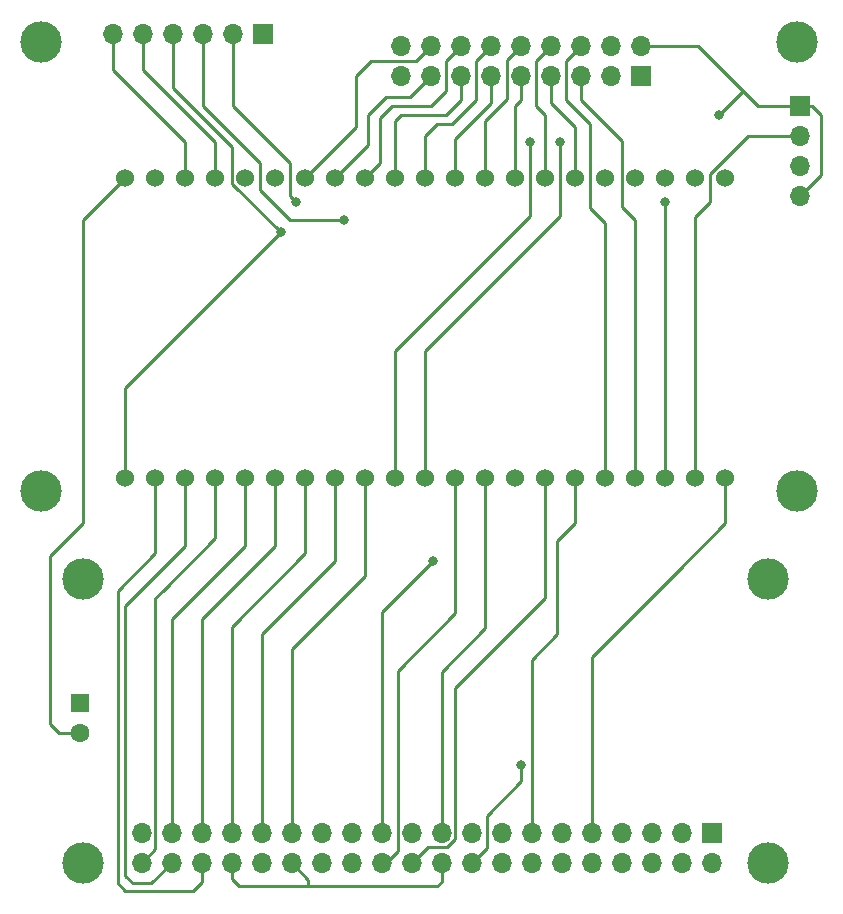
<source format=gbr>
%TF.GenerationSoftware,KiCad,Pcbnew,6.0.9-8da3e8f707~116~ubuntu20.04.1*%
%TF.CreationDate,2022-11-13T22:03:25-07:00*%
%TF.ProjectId,seedsigner-esp32-dev-board,73656564-7369-4676-9e65-722d65737033,rev?*%
%TF.SameCoordinates,Original*%
%TF.FileFunction,Copper,L1,Top*%
%TF.FilePolarity,Positive*%
%FSLAX46Y46*%
G04 Gerber Fmt 4.6, Leading zero omitted, Abs format (unit mm)*
G04 Created by KiCad (PCBNEW 6.0.9-8da3e8f707~116~ubuntu20.04.1) date 2022-11-13 22:03:25*
%MOMM*%
%LPD*%
G01*
G04 APERTURE LIST*
%TA.AperFunction,WasherPad*%
%ADD10C,3.500000*%
%TD*%
%TA.AperFunction,ComponentPad*%
%ADD11R,1.700000X1.700000*%
%TD*%
%TA.AperFunction,ComponentPad*%
%ADD12O,1.700000X1.700000*%
%TD*%
%TA.AperFunction,ComponentPad*%
%ADD13R,1.600000X1.600000*%
%TD*%
%TA.AperFunction,ComponentPad*%
%ADD14C,1.600000*%
%TD*%
%TA.AperFunction,ComponentPad*%
%ADD15C,1.530000*%
%TD*%
%TA.AperFunction,ViaPad*%
%ADD16C,0.800000*%
%TD*%
%TA.AperFunction,Conductor*%
%ADD17C,0.250000*%
%TD*%
G04 APERTURE END LIST*
D10*
%TO.P,H1,*%
%TO.N,*%
X67000000Y37000000D03*
%TD*%
%TO.P,U3,*%
%TO.N,*%
X64560000Y5540000D03*
X6560000Y5540000D03*
X64560000Y29540000D03*
X6560000Y29540000D03*
D11*
%TO.P,U3,1,3V3*%
%TO.N,+3.3V*%
X59800000Y8080000D03*
D12*
%TO.P,U3,2,5V0*%
%TO.N,Net-(U3-Pad2)*%
X59800000Y5540000D03*
%TO.P,U3,3,GPIO2/SDA1*%
%TO.N,unconnected-(U3-Pad3)*%
X57260000Y8080000D03*
%TO.P,U3,4,5V0*%
%TO.N,Net-(U3-Pad2)*%
X57260000Y5540000D03*
%TO.P,U3,5,GPIO3/SCL1*%
%TO.N,unconnected-(U3-Pad5)*%
X54720000Y8080000D03*
%TO.P,U3,6,GND*%
%TO.N,GND*%
X54720000Y5540000D03*
%TO.P,U3,7,GPIO4/GPIO_GCKL*%
%TO.N,unconnected-(U3-Pad7)*%
X52180000Y8080000D03*
%TO.P,U3,8,TXD0/GPIO14*%
%TO.N,unconnected-(U3-Pad8)*%
X52180000Y5540000D03*
%TO.P,U3,9,GND*%
%TO.N,GND*%
X49640000Y8080000D03*
%TO.P,U3,10,RXD0/GPIO15*%
%TO.N,unconnected-(U3-Pad10)*%
X49640000Y5540000D03*
%TO.P,U3,11,GPIO17/GPIO_GEN0*%
%TO.N,unconnected-(U3-Pad11)*%
X47100000Y8080000D03*
%TO.P,U3,12,GPIO18/GPIO_GEN1*%
%TO.N,unconnected-(U3-Pad12)*%
X47100000Y5540000D03*
%TO.P,U3,13,GPIO27/GPIO_GEN2*%
%TO.N,/RST*%
X44560000Y8080000D03*
%TO.P,U3,14,GND*%
%TO.N,GND*%
X44560000Y5540000D03*
%TO.P,U3,15,GPIO22/GPIO_GEN3*%
%TO.N,unconnected-(U3-Pad15)*%
X42020000Y8080000D03*
%TO.P,U3,16,GPIO23/GPIO_GEN4*%
%TO.N,unconnected-(U3-Pad16)*%
X42020000Y5540000D03*
%TO.P,U3,17,3V3*%
%TO.N,+3.3V*%
X39480000Y8080000D03*
%TO.P,U3,18,GPIO24/GPIO_GEN5*%
%TO.N,/BACKLIGHT*%
X39480000Y5540000D03*
%TO.P,U3,19,GPIO10/SPI_MOSI*%
%TO.N,/SPI_MOSI*%
X36940000Y8080000D03*
%TO.P,U3,20,GND*%
%TO.N,GND*%
X36940000Y5540000D03*
%TO.P,U3,21,GPIO9/SPI_MISO*%
%TO.N,unconnected-(U3-Pad21)*%
X34400000Y8080000D03*
%TO.P,U3,22,GPIO25/GPIO_GEN6*%
%TO.N,/DC*%
X34400000Y5540000D03*
%TO.P,U3,23,GPIO11/SPI_SCLK*%
%TO.N,/SPI_SCLK*%
X31860000Y8080000D03*
%TO.P,U3,24,GPIO8/~{SPI_CE0}*%
%TO.N,/SPI_CS*%
X31860000Y5540000D03*
%TO.P,U3,25,GND*%
%TO.N,GND*%
X29320000Y8080000D03*
%TO.P,U3,26,GPIO7/~{SPI_CE1}*%
%TO.N,unconnected-(U3-Pad26)*%
X29320000Y5540000D03*
%TO.P,U3,27,ID_SD*%
%TO.N,unconnected-(U3-Pad27)*%
X26780000Y8080000D03*
%TO.P,U3,28,ID_SC*%
%TO.N,unconnected-(U3-Pad28)*%
X26780000Y5540000D03*
%TO.P,U3,29,GPIO5*%
%TO.N,/JOYSTICK_LEFT*%
X24240000Y8080000D03*
%TO.P,U3,30,GND*%
%TO.N,GND*%
X24240000Y5540000D03*
%TO.P,U3,31,GPIO6*%
%TO.N,/JOYSTICK_UP*%
X21700000Y8080000D03*
%TO.P,U3,32,GPIO12*%
%TO.N,unconnected-(U3-Pad32)*%
X21700000Y5540000D03*
%TO.P,U3,33,GPIO13*%
%TO.N,/JOYSTICK_PRESS*%
X19160000Y8080000D03*
%TO.P,U3,34,GND*%
%TO.N,GND*%
X19160000Y5540000D03*
%TO.P,U3,35,GPIO19*%
%TO.N,/JOYSTICK_DOWN*%
X16620000Y8080000D03*
%TO.P,U3,36,GPIO16*%
%TO.N,/KEY3*%
X16620000Y5540000D03*
%TO.P,U3,37,GPIO26*%
%TO.N,/JOYSTICK_RIGHT*%
X14080000Y8080000D03*
%TO.P,U3,38,GPIO20*%
%TO.N,/KEY2*%
X14080000Y5540000D03*
%TO.P,U3,39,GND*%
%TO.N,GND*%
X11540000Y8080000D03*
%TO.P,U3,40,GPIO21*%
%TO.N,/KEY1*%
X11540000Y5540000D03*
%TD*%
D10*
%TO.P,H2,*%
%TO.N,*%
X3000000Y37000000D03*
%TD*%
D13*
%TO.P,C1,1*%
%TO.N,+3.3V*%
X6350000Y19050000D03*
D14*
%TO.P,C1,2*%
%TO.N,GND*%
X6350000Y16550000D03*
%TD*%
D10*
%TO.P,H4,*%
%TO.N,*%
X3000000Y75000000D03*
%TD*%
D15*
%TO.P,U1,0,GPIO0*%
%TO.N,/KEY3*%
X12700000Y38100000D03*
%TO.P,U1,1,GPIO1*%
%TO.N,/KEY2*%
X15240000Y38100000D03*
%TO.P,U1,2,GPIO2*%
%TO.N,/KEY1*%
X17780000Y38100000D03*
%TO.P,U1,3,GPIO3*%
%TO.N,/JOYSTICK_RIGHT*%
X20320000Y38100000D03*
%TO.P,U1,3V3,VDD33*%
%TO.N,+3.3V*%
X10160000Y38100000D03*
%TO.P,U1,4,GPIO4*%
%TO.N,/JOYSTICK_DOWN*%
X22860000Y38100000D03*
%TO.P,U1,5,GPIO5*%
%TO.N,/JOYSTICK_PRESS*%
X25400000Y38100000D03*
%TO.P,U1,5V,+5V*%
%TO.N,+5V*%
X58420000Y38100000D03*
%TO.P,U1,6,GPIO6*%
%TO.N,/JOYSTICK_UP*%
X27940000Y38100000D03*
%TO.P,U1,7,GPIO7*%
%TO.N,/JOYSTICK_LEFT*%
X30480000Y38100000D03*
%TO.P,U1,8,GPIO8*%
%TO.N,/SDA*%
X33020000Y38100000D03*
%TO.P,U1,9,GPIO9*%
%TO.N,/SCL*%
X35560000Y38100000D03*
%TO.P,U1,10,GPIO10*%
%TO.N,/SPI_CS*%
X38100000Y38100000D03*
%TO.P,U1,11,GPIO11*%
%TO.N,/SPI_MOSI*%
X40640000Y38100000D03*
%TO.P,U1,12,GPIO12*%
%TO.N,/SPI_SCLK*%
X43180000Y38100000D03*
%TO.P,U1,13,GPIO13*%
%TO.N,/DC*%
X45720000Y38100000D03*
%TO.P,U1,14,GPIO14*%
%TO.N,/RST*%
X48260000Y38100000D03*
%TO.P,U1,15,GPIO15*%
%TO.N,/HREF*%
X50800000Y38100000D03*
%TO.P,U1,16,GPIO16*%
%TO.N,/VSYNC*%
X53340000Y38100000D03*
%TO.P,U1,17,GPIO17*%
%TO.N,/TX1*%
X55880000Y38100000D03*
%TO.P,U1,18,EXT_GPIO18*%
%TO.N,/RX1*%
X60960000Y63500000D03*
%TO.P,U1,19,GPIO19*%
%TO.N,unconnected-(U1-Pad19)*%
X58420000Y63500000D03*
%TO.P,U1,20,GPIO20*%
%TO.N,unconnected-(U1-Pad20)*%
X55880000Y63500000D03*
%TO.P,U1,21,GPIO21*%
%TO.N,unconnected-(U1-Pad21)*%
X53340000Y63500000D03*
%TO.P,U1,26,GPIO26*%
%TO.N,/PSRAM_NO_USE*%
X50800000Y63500000D03*
%TO.P,U1,33,GPIO33*%
%TO.N,/PCLK*%
X48260000Y63500000D03*
%TO.P,U1,34,GPIO34*%
%TO.N,/XCLK*%
X45720000Y63500000D03*
%TO.P,U1,35,GPIO35*%
%TO.N,/D9*%
X43180000Y63500000D03*
%TO.P,U1,36,GPIO36*%
%TO.N,/D8*%
X40640000Y63500000D03*
%TO.P,U1,37,GPIO37*%
%TO.N,/D7*%
X38100000Y63500000D03*
%TO.P,U1,38,GPIO38*%
%TO.N,/D6*%
X35560000Y63500000D03*
%TO.P,U1,39,GPIO39*%
%TO.N,/D5*%
X33020000Y63500000D03*
%TO.P,U1,40,GPIO40*%
%TO.N,/D4*%
X30480000Y63500000D03*
%TO.P,U1,41,GPIO41*%
%TO.N,/D3*%
X27940000Y63500000D03*
%TO.P,U1,42,GPIO42*%
%TO.N,/D2*%
X25400000Y63500000D03*
%TO.P,U1,45,GPIO45*%
%TO.N,/BACKLIGHT_PWM*%
X17780000Y63500000D03*
%TO.P,U1,46,GPIO46*%
%TO.N,/IO_IN*%
X15240000Y63500000D03*
%TO.P,U1,GND_1,GND*%
%TO.N,GND*%
X60960000Y38100000D03*
%TO.P,U1,GND_2,GND*%
X10160000Y63500000D03*
%TO.P,U1,RST,CHIP_PU*%
%TO.N,unconnected-(U1-PadRST)*%
X12700000Y63500000D03*
%TO.P,U1,RX,U0RXD*%
%TO.N,unconnected-(U1-PadRX)*%
X20320000Y63500000D03*
%TO.P,U1,TX,U0TXD*%
%TO.N,unconnected-(U1-PadTX)*%
X22860000Y63500000D03*
%TD*%
D10*
%TO.P,H3,*%
%TO.N,*%
X67000000Y75000000D03*
%TD*%
D11*
%TO.P,J2,1,Pin_1*%
%TO.N,GND*%
X67310000Y69596000D03*
D12*
%TO.P,J2,2,Pin_2*%
%TO.N,+5V*%
X67310000Y67056000D03*
%TO.P,J2,3,Pin_3*%
%TO.N,+3.3V*%
X67310000Y64516000D03*
%TO.P,J2,4,Pin_4*%
%TO.N,GND*%
X67310000Y61976000D03*
%TD*%
D11*
%TO.P,J1,1,Pin_1*%
%TO.N,GND*%
X21844000Y75692000D03*
D12*
%TO.P,J1,2,Pin_2*%
%TO.N,/TX1*%
X19304000Y75692000D03*
%TO.P,J1,3,Pin_3*%
%TO.N,/RX1*%
X16764000Y75692000D03*
%TO.P,J1,4,Pin_4*%
%TO.N,+3.3V*%
X14224000Y75692000D03*
%TO.P,J1,5,Pin_5*%
%TO.N,/BACKLIGHT_PWM*%
X11684000Y75692000D03*
%TO.P,J1,6,Pin_6*%
%TO.N,/IO_IN*%
X9144000Y75692000D03*
%TD*%
D11*
%TO.P,U2,1,3.3V*%
%TO.N,+3.3V*%
X53848000Y72136000D03*
D12*
%TO.P,U2,2,GND*%
%TO.N,GND*%
X53848000Y74676000D03*
%TO.P,U2,3,SIOC*%
%TO.N,/SCL*%
X51308000Y72136000D03*
%TO.P,U2,4,SIOD*%
%TO.N,/SDA*%
X51308000Y74676000D03*
%TO.P,U2,5,VSYNC*%
%TO.N,/VSYNC*%
X48768000Y72136000D03*
%TO.P,U2,6,HREF*%
%TO.N,/HREF*%
X48768000Y74676000D03*
%TO.P,U2,7,PCLK*%
%TO.N,/PCLK*%
X46228000Y72136000D03*
%TO.P,U2,8,XCLK*%
%TO.N,/XCLK*%
X46228000Y74676000D03*
%TO.P,U2,9,D9*%
%TO.N,/D9*%
X43688000Y72136000D03*
%TO.P,U2,10,D8*%
%TO.N,/D8*%
X43688000Y74676000D03*
%TO.P,U2,11,D7*%
%TO.N,/D7*%
X41148000Y72136000D03*
%TO.P,U2,12,D6*%
%TO.N,/D6*%
X41148000Y74676000D03*
%TO.P,U2,13,D5*%
%TO.N,/D5*%
X38608000Y72136000D03*
%TO.P,U2,14,D4*%
%TO.N,/D4*%
X38608000Y74676000D03*
%TO.P,U2,15,D3*%
%TO.N,/D3*%
X36068000Y72136000D03*
%TO.P,U2,16,D2*%
%TO.N,/D2*%
X36068000Y74676000D03*
%TO.P,U2,17,RET*%
%TO.N,unconnected-(U2-Pad17)*%
X33528000Y72136000D03*
%TO.P,U2,18,PDWN*%
%TO.N,unconnected-(U2-Pad18)*%
X33528000Y74676000D03*
%TD*%
D16*
%TO.N,/BACKLIGHT*%
X43688000Y13843000D03*
%TO.N,+3.3V*%
X23359253Y58919253D03*
%TO.N,/SDA*%
X44450000Y66548000D03*
%TO.N,/SCL*%
X46990000Y66548000D03*
%TO.N,/SPI_SCLK*%
X36195000Y31115000D03*
%TO.N,GND*%
X60452000Y68834000D03*
%TO.N,/TX1*%
X24638000Y61468000D03*
X55880000Y61468000D03*
%TO.N,/RX1*%
X28702000Y59944000D03*
%TD*%
D17*
%TO.N,/BACKLIGHT*%
X39480000Y5540000D02*
X40767000Y6827000D01*
X40767000Y6827000D02*
X40767000Y9525000D01*
X40767000Y9525000D02*
X43688000Y12446000D01*
X43688000Y12446000D02*
X43688000Y13843000D01*
%TO.N,+3.3V*%
X10160000Y38100000D02*
X10160000Y45720000D01*
X10160000Y45720000D02*
X23359253Y58919253D01*
%TO.N,/RST*%
X48260000Y38100000D02*
X48260000Y34290000D01*
X48260000Y34290000D02*
X46736000Y32766000D01*
X46736000Y32766000D02*
X46736000Y24892000D01*
X46736000Y24892000D02*
X44560000Y22716000D01*
X44560000Y22716000D02*
X44560000Y8080000D01*
%TO.N,/DC*%
X34400000Y5540000D02*
X35765000Y6905000D01*
X45720000Y27940000D02*
X45720000Y38100000D01*
X35765000Y6905000D02*
X37426701Y6905000D01*
X37426701Y6905000D02*
X38115000Y7593299D01*
X38115000Y20335000D02*
X45720000Y27940000D01*
X38115000Y7593299D02*
X38115000Y20335000D01*
%TO.N,/KEY1*%
X17780000Y33020000D02*
X17780000Y38100000D01*
X12715000Y27955000D02*
X13335000Y28575000D01*
X13335000Y28575000D02*
X17780000Y33020000D01*
X12715000Y6715000D02*
X12715000Y27955000D01*
X11540000Y5540000D02*
X12715000Y6715000D01*
%TO.N,+3.3V*%
X19230000Y63048507D02*
X23359253Y58919253D01*
X14224000Y71120000D02*
X19230000Y66114000D01*
X19230000Y66114000D02*
X19230000Y63048507D01*
X14224000Y75692000D02*
X14224000Y71120000D01*
%TO.N,/XCLK*%
X44958000Y69596000D02*
X44958000Y73406000D01*
X44958000Y73406000D02*
X46228000Y74676000D01*
X45720000Y63500000D02*
X45720000Y68834000D01*
X45720000Y68834000D02*
X44958000Y69596000D01*
%TO.N,/PCLK*%
X48260000Y67818000D02*
X46228000Y69850000D01*
X46228000Y69850000D02*
X46228000Y72136000D01*
X48260000Y63500000D02*
X48260000Y67818000D01*
%TO.N,+5V*%
X59690000Y61468000D02*
X59690000Y63860000D01*
X62886000Y67056000D02*
X67310000Y67056000D01*
X58420000Y60198000D02*
X59690000Y61468000D01*
X58420000Y38100000D02*
X58420000Y60198000D01*
X59690000Y63860000D02*
X62886000Y67056000D01*
%TO.N,/HREF*%
X50800000Y38100000D02*
X50800000Y59690000D01*
X47498000Y73406000D02*
X48768000Y74676000D01*
X47498000Y70104000D02*
X47498000Y73406000D01*
X49530000Y60960000D02*
X49530000Y68072000D01*
X49530000Y68072000D02*
X47498000Y70104000D01*
X50800000Y59690000D02*
X49530000Y60960000D01*
%TO.N,/VSYNC*%
X52250000Y61034000D02*
X52250000Y66622000D01*
X53340000Y38100000D02*
X53340000Y59944000D01*
X52250000Y66622000D02*
X48768000Y70104000D01*
X48768000Y70104000D02*
X48768000Y72136000D01*
X53340000Y59944000D02*
X52250000Y61034000D01*
%TO.N,/SDA*%
X44450000Y60325000D02*
X44450000Y66548000D01*
X44450000Y60325000D02*
X33020000Y48895000D01*
X33020000Y38100000D02*
X33020000Y48895000D01*
%TO.N,/SCL*%
X35560000Y38100000D02*
X35560000Y48895000D01*
X46990000Y60325000D02*
X35560000Y48895000D01*
X46990000Y60325000D02*
X46990000Y66548000D01*
%TO.N,/SPI_CS*%
X33225000Y21795000D02*
X38100000Y26670000D01*
X31860000Y5540000D02*
X32210000Y5540000D01*
X32210000Y5540000D02*
X33225000Y6555000D01*
X33225000Y6555000D02*
X33225000Y21795000D01*
X38100000Y26670000D02*
X38100000Y38100000D01*
%TO.N,/SPI_MOSI*%
X36940000Y8080000D02*
X36940000Y21700000D01*
X40640000Y25400000D02*
X40640000Y38100000D01*
X36940000Y21700000D02*
X40640000Y25400000D01*
%TO.N,/SPI_SCLK*%
X31860000Y26780000D02*
X36195000Y31115000D01*
X31860000Y8080000D02*
X31860000Y26780000D01*
%TO.N,/JOYSTICK_UP*%
X27940000Y31115000D02*
X27940000Y38100000D01*
X21700000Y24875000D02*
X27940000Y31115000D01*
X21700000Y8080000D02*
X21700000Y24875000D01*
%TO.N,/JOYSTICK_DOWN*%
X16620000Y26145000D02*
X22860000Y32385000D01*
X22860000Y32385000D02*
X22860000Y38100000D01*
X16620000Y8080000D02*
X16620000Y26145000D01*
%TO.N,/JOYSTICK_LEFT*%
X30480000Y29845000D02*
X30480000Y38100000D01*
X24240000Y8080000D02*
X24240000Y23605000D01*
X24240000Y23605000D02*
X30480000Y29845000D01*
%TO.N,/JOYSTICK_RIGHT*%
X14080000Y8080000D02*
X14080000Y26145000D01*
X20320000Y32385000D02*
X20320000Y38100000D01*
X14080000Y26145000D02*
X20320000Y32385000D01*
%TO.N,/JOYSTICK_PRESS*%
X19160000Y8080000D02*
X19160000Y25510000D01*
X19160000Y25510000D02*
X25400000Y31750000D01*
X25400000Y31750000D02*
X25400000Y38100000D01*
%TO.N,/KEY3*%
X9525000Y5715000D02*
X9525000Y24130000D01*
X12700000Y34290000D02*
X12700000Y38100000D01*
X9525000Y28575000D02*
X12700000Y31750000D01*
X12700000Y34290000D02*
X12700000Y34925000D01*
X15875000Y3175000D02*
X10160000Y3175000D01*
X12700000Y31750000D02*
X12700000Y34290000D01*
X16620000Y3920000D02*
X15875000Y3175000D01*
X9525000Y24130000D02*
X9525000Y28575000D01*
X9525000Y3810000D02*
X9525000Y5715000D01*
X16620000Y5540000D02*
X16620000Y3920000D01*
X10160000Y3175000D02*
X9525000Y3810000D01*
%TO.N,/KEY2*%
X10160000Y27305000D02*
X15240000Y32385000D01*
X10795000Y3810000D02*
X10160000Y4445000D01*
X12350000Y3810000D02*
X10795000Y3810000D01*
X10160000Y4445000D02*
X10160000Y27305000D01*
X15240000Y32385000D02*
X15240000Y38100000D01*
X14080000Y5540000D02*
X12350000Y3810000D01*
%TO.N,/D2*%
X29718000Y67818000D02*
X29718000Y72136000D01*
X25400000Y63500000D02*
X29718000Y67818000D01*
X34798000Y73406000D02*
X36068000Y74676000D01*
X30988000Y73406000D02*
X34798000Y73406000D01*
X29718000Y72136000D02*
X30988000Y73406000D01*
%TO.N,/D3*%
X34290000Y70358000D02*
X36068000Y72136000D01*
X27940000Y63500000D02*
X30734000Y66294000D01*
X30734000Y66294000D02*
X30734000Y68834000D01*
X30734000Y68834000D02*
X32258000Y70358000D01*
X32258000Y70358000D02*
X34290000Y70358000D01*
%TO.N,/D4*%
X32766000Y69596000D02*
X36068000Y69596000D01*
X37338000Y70866000D02*
X37338000Y73406000D01*
X31750000Y64770000D02*
X31750000Y68580000D01*
X30480000Y63500000D02*
X31750000Y64770000D01*
X37338000Y73406000D02*
X38608000Y74676000D01*
X31750000Y68580000D02*
X32766000Y69596000D01*
X36068000Y69596000D02*
X37338000Y70866000D01*
%TO.N,/D5*%
X33020000Y68326000D02*
X33528000Y68834000D01*
X38608000Y70104000D02*
X38608000Y72136000D01*
X37338000Y68834000D02*
X38608000Y70104000D01*
X33528000Y68834000D02*
X37338000Y68834000D01*
X33020000Y63500000D02*
X33020000Y68326000D01*
%TO.N,/D6*%
X35560000Y63500000D02*
X35560000Y67056000D01*
X39878000Y70104000D02*
X39878000Y73406000D01*
X35560000Y67056000D02*
X36576000Y68072000D01*
X36576000Y68072000D02*
X37846000Y68072000D01*
X39878000Y73406000D02*
X41148000Y74676000D01*
X37846000Y68072000D02*
X39878000Y70104000D01*
%TO.N,/D7*%
X41148000Y69850000D02*
X41148000Y72136000D01*
X38100000Y63500000D02*
X38100000Y66802000D01*
X38100000Y66802000D02*
X41148000Y69850000D01*
%TO.N,/D8*%
X42513000Y70199000D02*
X42513000Y73501000D01*
X40640000Y63500000D02*
X40640000Y68326000D01*
X42513000Y73501000D02*
X43688000Y74676000D01*
X40640000Y68326000D02*
X42513000Y70199000D01*
%TO.N,/D9*%
X43688000Y70104000D02*
X43688000Y72136000D01*
X43180000Y69596000D02*
X43688000Y70104000D01*
X43180000Y63500000D02*
X43180000Y69596000D01*
%TO.N,GND*%
X19812000Y3556000D02*
X19160000Y4208000D01*
X36576000Y3556000D02*
X25654000Y3556000D01*
X68326000Y69596000D02*
X69088000Y68834000D01*
X58674000Y74676000D02*
X53848000Y74676000D01*
X67310000Y69596000D02*
X68326000Y69596000D01*
X69088000Y63754000D02*
X67310000Y61976000D01*
X67310000Y69596000D02*
X63754000Y69596000D01*
X60960000Y34290000D02*
X60960000Y38100000D01*
X36940000Y5540000D02*
X36940000Y3920000D01*
X62484000Y70866000D02*
X58674000Y74676000D01*
X24240000Y5540000D02*
X25654000Y4126000D01*
X69088000Y68834000D02*
X69088000Y63754000D01*
X19160000Y4208000D02*
X19160000Y5540000D01*
X6604000Y34290000D02*
X6604000Y59944000D01*
X6604000Y59944000D02*
X10160000Y63500000D01*
X3810000Y17272000D02*
X3810000Y31496000D01*
X56769000Y30099000D02*
X60960000Y34290000D01*
X25654000Y4126000D02*
X25654000Y3556000D01*
X60452000Y68834000D02*
X62484000Y70866000D01*
X4532000Y16550000D02*
X3810000Y17272000D01*
X6350000Y16550000D02*
X4532000Y16550000D01*
X36940000Y3920000D02*
X36576000Y3556000D01*
X49640000Y8080000D02*
X49640000Y22970000D01*
X3810000Y31496000D02*
X6604000Y34290000D01*
X25654000Y3556000D02*
X19812000Y3556000D01*
X49640000Y22970000D02*
X56769000Y30099000D01*
X63754000Y69596000D02*
X62484000Y70866000D01*
%TO.N,/IO_IN*%
X9144000Y72644000D02*
X15240000Y66548000D01*
X15240000Y66548000D02*
X15240000Y63500000D01*
X9144000Y75692000D02*
X9144000Y72644000D01*
%TO.N,/BACKLIGHT_PWM*%
X11684000Y75692000D02*
X11684000Y72644000D01*
X17780000Y66548000D02*
X17780000Y63500000D01*
X11684000Y72644000D02*
X17780000Y66548000D01*
%TO.N,/TX1*%
X24130000Y61976000D02*
X24638000Y61468000D01*
X24130000Y64770000D02*
X24130000Y61976000D01*
X55880000Y61468000D02*
X55880000Y38100000D01*
X19304000Y75692000D02*
X19304000Y69596000D01*
X19304000Y69596000D02*
X24130000Y64770000D01*
%TO.N,/RX1*%
X16764000Y69596000D02*
X21590000Y64770000D01*
X16764000Y75692000D02*
X16764000Y69596000D01*
X21590000Y64770000D02*
X21590000Y62484000D01*
X21590000Y62484000D02*
X24130000Y59944000D01*
X24130000Y59944000D02*
X28702000Y59944000D01*
%TD*%
M02*

</source>
